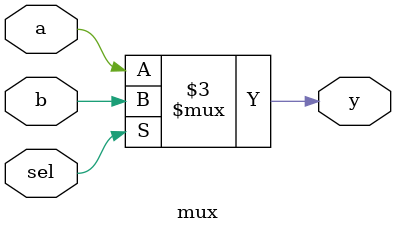
<source format=v>
module mux(
  
  input a,
  input b,
  input sel,
  output reg y 
  
);
  
  always@(a,b,sel)
    begin
    	if(sel)
      		y=b;
  	else
      		y=a;
    end
endmodule
</source>
